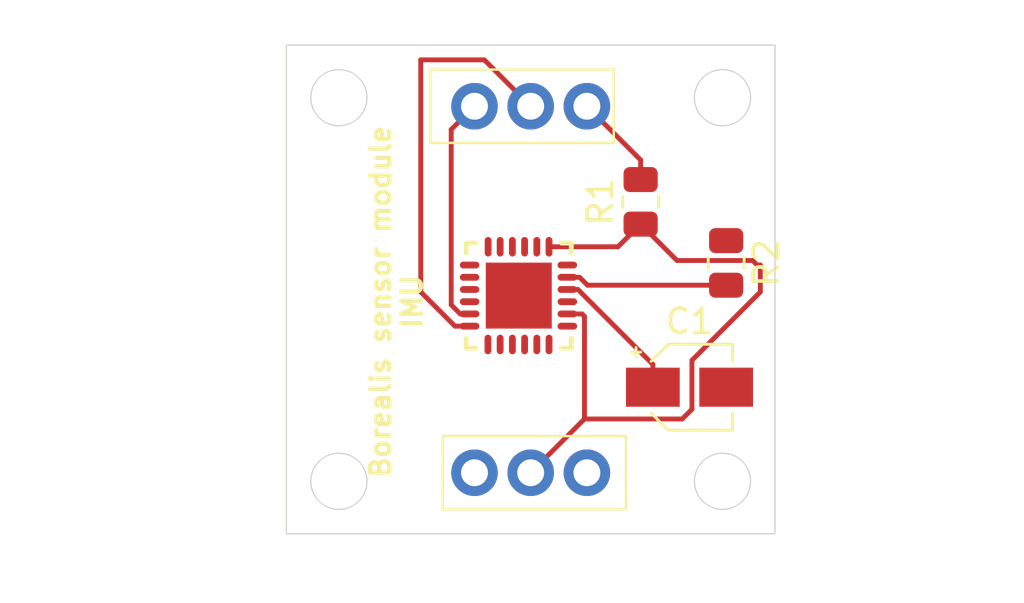
<source format=kicad_pcb>
(kicad_pcb (version 20241229) (generator "pcbnew") (generator_version "9.0")
  (layers (0 "F.Cu" signal) (2 "B.Cu" signal) (13 "F.Paste" user) (15 "B.Paste" user) (5 "F.SilkS" user "F.Silkscreen") (7 "B.SilkS" user "B.Silkscreen") (1 "F.Mask" user) (3 "B.Mask" user) (25 "Edge.Cuts" user))
  (net 0 "")
  (net 1 "+3.3V")
  (net 5 "Net-(MPU6050-AD0)")
  (net 7 "Net-(MPU6050-REGOUT)")
  (net 12 "/SDA")
  (net 16 "GND")
  (net 19 "/SCL")
  (net 24 "/ADC")
  (net 25 "+5V")
  (footprint "batteryholder:1x03 2.3 pitch" (layer "F.Cu") (at 113.4 65.5)
    (property "Reference" "J5" (hide yes))
    (property "Value" "Conn_01x03_Pin (power connection to main board)")
    (fp_rect (start -1.5 -1.5) (end 6 1.5) (stroke (width 0.1)) (fill no) (layer "F.SilkS") (net 6553701))
    (pad "1" thru_hole circle (at -0.2 0) (size 1.905 1.905) (drill 1.1) (layers "*.Cu" "*.Mask") (net 16 "GND"))
    (pad "2" thru_hole circle (at 2.1 0) (size 1.905 1.905) (drill 1.1) (layers "*.Cu" "*.Mask") (net 1 "+3.3V"))
    (pad "3" thru_hole circle (at 4.4 0) (size 1.905 1.905) (drill 1.1) (layers "*.Cu" "*.Mask") (net 25 "+5V"))
  )
  (footprint "batteryholder:MPU6050-footprint" (layer "F.Cu") (at 115 58.2501)
    (property "Reference" "MPU6050" (hide yes))
    (property "Value" "~")
    (fp_line (start -2.1376 -2.1501) (end -1.7376 -2.1501) (stroke (width 0.2)) (layer "F.SilkS"))
    (fp_line (start -2.1376 -1.75) (end -2.1376 -2.1501) (stroke (width 0.2)) (layer "F.SilkS"))
    (fp_line (start -2.1376 2.1502) (end -2.1376 1.7501) (stroke (width 0.2)) (layer "F.SilkS"))
    (fp_line (start -1.7376 2.1502) (end -2.1376 2.1502) (stroke (width 0.2)) (layer "F.SilkS"))
    (fp_line (start 2.1625 -2.1501) (end 1.7625 -2.1501) (stroke (width 0.2)) (layer "F.SilkS"))
    (fp_line (start 2.1625 -1.75) (end 2.1625 -2.1501) (stroke (width 0.2)) (layer "F.SilkS"))
    (fp_line (start 2.1625 1.7501) (end 2.1625 2.1502) (stroke (width 0.2)) (layer "F.SilkS"))
    (fp_line (start 2.1625 2.1502) (end 1.7625 2.1502) (stroke (width 0.2)) (layer "F.SilkS"))
    (pad "1" smd oval (at -1.2499 2) (size 0.28 0.8) (layers "F.Cu" "F.Mask" "F.Paste"))
    (pad "2" smd oval (at -0.7501 2) (size 0.28 0.8) (layers "F.Cu" "F.Mask" "F.Paste"))
    (pad "3" smd oval (at -0.2499 2) (size 0.28 0.8) (layers "F.Cu" "F.Mask" "F.Paste"))
    (pad "4" smd oval (at 0.2499 2) (size 0.28 0.8) (layers "F.Cu" "F.Mask" "F.Paste"))
    (pad "5" smd oval (at 0.7501 2) (size 0.28 0.8) (layers "F.Cu" "F.Mask" "F.Paste"))
    (pad "6" smd oval (at 1.2499 2) (size 0.28 0.8) (layers "F.Cu" "F.Mask" "F.Paste"))
    (pad "7" smd oval (at 2 1.2499) (size 0.8 0.28) (layers "F.Cu" "F.Mask" "F.Paste"))
    (pad "8" smd oval (at 2 0.7501) (size 0.8 0.28) (layers "F.Cu" "F.Mask" "F.Paste") (net 1 "+3.3V"))
    (pad "9" smd oval (at 2 0.2499) (size 0.8 0.28) (layers "F.Cu" "F.Mask" "F.Paste") (net 5 "Net-(MPU6050-AD0)"))
    (pad "10" smd oval (at 2 -0.2499) (size 0.8 0.28) (layers "F.Cu" "F.Mask" "F.Paste") (net 7 "Net-(MPU6050-REGOUT)"))
    (pad "11" smd oval (at 2 -0.7501) (size 0.8 0.28) (layers "F.Cu" "F.Mask" "F.Paste") (net 5 "Net-(MPU6050-AD0)"))
    (pad "12" smd oval (at 2 -1.2499) (size 0.8 0.28) (layers "F.Cu" "F.Mask" "F.Paste"))
    (pad "13" smd oval (at 1.2499 -2) (size 0.28 0.8) (layers "F.Cu" "F.Mask" "F.Paste") (net 1 "+3.3V"))
    (pad "14" smd oval (at 0.7501 -2) (size 0.28 0.8) (layers "F.Cu" "F.Mask" "F.Paste"))
    (pad "15" smd oval (at 0.2499 -2) (size 0.28 0.8) (layers "F.Cu" "F.Mask" "F.Paste"))
    (pad "16" smd oval (at -0.2499 -2) (size 0.28 0.8) (layers "F.Cu" "F.Mask" "F.Paste"))
    (pad "17" smd oval (at -0.7501 -2) (size 0.28 0.8) (layers "F.Cu" "F.Mask" "F.Paste"))
    (pad "18" smd oval (at -1.2421 -2) (size 0.28 0.8) (layers "F.Cu" "F.Mask" "F.Paste") (net 16 "GND"))
    (pad "19" smd oval (at -2 -1.2499) (size 0.8 0.28) (layers "F.Cu" "F.Mask" "F.Paste"))
    (pad "20" smd oval (at -2 -0.7501) (size 0.8 0.28) (layers "F.Cu" "F.Mask" "F.Paste"))
    (pad "21" smd oval (at -2 -0.2499) (size 0.8 0.28) (layers "F.Cu" "F.Mask" "F.Paste"))
    (pad "22" smd oval (at -2 0.2499) (size 0.8 0.28) (layers "F.Cu" "F.Mask" "F.Paste"))
    (pad "23" smd oval (at -2 0.7501) (size 0.8 0.28) (layers "F.Cu" "F.Mask" "F.Paste") (net 19 "/SCL"))
    (pad "24" smd oval (at -2 1.2499) (size 0.8 0.28) (layers "F.Cu" "F.Mask" "F.Paste") (net 12 "/SDA"))
    (pad "25" smd rect (at 0.0124 0) (size 2.7 2.7) (layers "F.Cu" "F.Mask" "F.Paste"))
    (zone (net 0) (net_name "") (layer "F.SilkS") (priority 100) (connect_pads yes (clearance 0)) (min_thickness 0) (fill yes (thermal_gap 0.5) (thermal_bridge_width 0.5))
      (polygon (pts (arc (start 113.6029 60.7889) (mid 113.095097 60.79025) (end 113.6029 60.7914))))
    )
  )
  (footprint "Resistor_SMD:R_0805_2012Metric" (layer "F.Cu") (at 120 54.4125 90)
    (property "Reference" "R1" (at 0 -1.65 90) (layer "F.SilkS"))
    (property "Value" "R")
    (fp_line (start -0.227064 -0.735) (end 0.227064 -0.735) (stroke (width 0.12)) (layer "F.SilkS"))
    (fp_line (start -0.227064 0.735) (end 0.227064 0.735) (stroke (width 0.12)) (layer "F.SilkS"))
    (pad "1" smd roundrect (at -0.9125 0 90) (size 1.025 1.4) (layers "F.Cu" "F.Mask" "F.Paste") (roundrect_rratio 0.243902) (net 1 "+3.3V"))
    (pad "2" smd roundrect (at 0.9125 0 90) (size 1.025 1.4) (layers "F.Cu" "F.Mask" "F.Paste") (roundrect_rratio 0.243902) (net 24 "/ADC"))
  )
  (footprint "batteryholder:1x03 2.3 pitch" (layer "F.Cu") (at 112.9 50.5)
    (property "Reference" "J2" (hide yes))
    (property "Value" "Conn_01x03_Pin (data connection to main board)")
    (fp_rect (start -1.5 -1.5) (end 6 1.5) (stroke (width 0.1)) (fill no) (layer "F.SilkS") (net 6553701))
    (pad "1" thru_hole circle (at 0.3 0) (size 1.905 1.905) (drill 1.1) (layers "*.Cu" "*.Mask") (net 19 "/SCL"))
    (pad "2" thru_hole circle (at 2.6 0) (size 1.905 1.905) (drill 1.1) (layers "*.Cu" "*.Mask") (net 12 "/SDA"))
    (pad "3" thru_hole circle (at 4.9 0) (size 1.905 1.905) (drill 1.1) (layers "*.Cu" "*.Mask") (net 24 "/ADC"))
  )
  (footprint "Resistor_SMD:R_0805_2012Metric" (layer "F.Cu") (at 123.5 56.9125 -90)
    (property "Reference" "R2" (at 0 -1.65 90) (layer "F.SilkS"))
    (property "Value" "10k")
    (fp_line (start -0.227064 0.735) (end 0.227064 0.735) (stroke (width 0.12)) (layer "F.SilkS"))
    (fp_line (start -0.227064 -0.735) (end 0.227064 -0.735) (stroke (width 0.12)) (layer "F.SilkS"))
    (pad "1" smd roundrect (at -0.9125 0 270) (size 1.025 1.4) (layers "F.Cu" "F.Mask" "F.Paste") (roundrect_rratio 0.243902) (net 16 "GND"))
    (pad "2" smd roundrect (at 0.9125 0 270) (size 1.025 1.4) (layers "F.Cu" "F.Mask" "F.Paste") (roundrect_rratio 0.243902) (net 5 "Net-(MPU6050-AD0)"))
  )
  (footprint "Capacitor_SMD:CP_Elec_3x5.3" (layer "F.Cu") (at 122 62)
    (property "Reference" "C1" (at 0 -2.7 0) (layer "F.SilkS"))
    (property "Value" "0.1 microf")
    (fp_line (start -2.375 -1.435) (end -2 -1.435) (stroke (width 0.12)) (layer "F.SilkS"))
    (fp_line (start -2.1875 -1.6225) (end -2.1875 -1.2475) (stroke (width 0.12)) (layer "F.SilkS"))
    (fp_line (start -1.570563 -1.06) (end -0.870563 -1.76) (stroke (width 0.12)) (layer "F.SilkS"))
    (fp_line (start -1.570563 1.06) (end -0.870563 1.76) (stroke (width 0.12)) (layer "F.SilkS"))
    (fp_line (start -0.870563 -1.76) (end 1.76 -1.76) (stroke (width 0.12)) (layer "F.SilkS"))
    (fp_line (start -0.870563 1.76) (end 1.76 1.76) (stroke (width 0.12)) (layer "F.SilkS"))
    (fp_line (start 1.76 -1.76) (end 1.76 -1.06) (stroke (width 0.12)) (layer "F.SilkS"))
    (fp_line (start 1.76 1.76) (end 1.76 1.06) (stroke (width 0.12)) (layer "F.SilkS"))
    (pad "1" smd rect (at -1.5 0) (size 2.2 1.6) (layers "F.Cu" "F.Mask" "F.Paste") (net 7 "Net-(MPU6050-REGOUT)"))
    (pad "2" smd rect (at 1.5 0) (size 2.2 1.6) (layers "F.Cu" "F.Mask" "F.Paste") (net 16 "GND"))
  )
  (gr_circle (center 107.65 50.15) (end 108.8 50.15) (stroke (width 0.05)) (fill no) (layer "Edge.Cuts"))
  (gr_circle (center 107.65 65.85) (end 108.8 65.85) (stroke (width 0.05)) (fill no) (layer "Edge.Cuts"))
  (gr_rect (start 105.5 48) (end 125.5 68) (stroke (width 0.05)) (fill no) (layer "Edge.Cuts"))
  (gr_circle (center 123.35 50.15) (end 124.5 50.15) (stroke (width 0.05)) (fill no) (layer "Edge.Cuts"))
  (gr_circle (center 123.35 65.85) (end 124.5 65.85) (stroke (width 0.05)) (fill no) (layer "Edge.Cuts"))
  (gr_text "Borealis sensor module\nIMU\n" (at 110 58.5 90) (layer "F.SilkS") (effects (font (size 0.8 0.8) (thickness 0.175) (bold yes))))
  (segment (start 121.4885 56.8135) (end 124.5855 56.8135) (width 0.2) (layer "F.Cu") (net 1))
  (segment (start 124.899 57) (end 124.899 58.099) (width 0.2) (layer "F.Cu") (net 1))
  (segment (start 122.099 62.903) (end 121.703 63.299) (width 0.2) (layer "F.Cu") (net 1))
  (segment (start 124.899 58.099) (end 122.099 60.899) (width 0.2) (layer "F.Cu") (net 1))
  (segment (start 121.703 63.299) (end 117.701 63.299) (width 0.2) (layer "F.Cu") (net 1))
  (segment (start 117.701 59.1012) (end 117.6 59.0002) (width 0.2) (layer "F.Cu") (net 1))
  (segment (start 115.5 65.5) (end 117.701 63.299) (width 0.2) (layer "F.Cu") (net 1))
  (segment (start 124.772 57) (end 124.899 57) (width 0.2) (layer "F.Cu") (net 1))
  (segment (start 124.5855 56.8135) (end 124.772 57) (width 0.2) (layer "F.Cu") (net 1))
  (segment (start 119.0749 56.2501) (end 120 55.325) (width 0.2) (layer "F.Cu") (net 1))
  (segment (start 117.701 63.299) (end 117.701 59.1012) (width 0.2) (layer "F.Cu") (net 1))
  (segment (start 120 55.325) (end 121.4885 56.8135) (width 0.2) (layer "F.Cu") (net 1))
  (segment (start 117.6 59.0002) (end 117 59.0002) (width 0.2) (layer "F.Cu") (net 1))
  (segment (start 116.2499 56.2501) (end 119.0749 56.2501) (width 0.2) (layer "F.Cu") (net 1))
  (segment (start 122.099 60.899) (end 122.099 62.903) (width 0.2) (layer "F.Cu") (net 1))
  (segment (start 117.5 57.5) (end 117.825 57.825) (width 0.2) (layer "F.Cu") (net 5))
  (segment (start 117 57.5) (end 117.5 57.5) (width 0.2) (layer "F.Cu") (net 5))
  (segment (start 117.825 57.825) (end 123.5 57.825) (width 0.2) (layer "F.Cu") (net 5))
  (segment (start 117.4331 58.0002) (end 120.5 61.0671) (width 0.2) (layer "F.Cu") (net 7))
  (segment (start 117 58.0002) (end 117.4331 58.0002) (width 0.2) (layer "F.Cu") (net 7))
  (segment (start 120.5 61.0671) (end 120.5 62) (width 0.2) (layer "F.Cu") (net 7))
  (segment (start 115.5 50.5) (end 113.601 48.601) (width 0.2) (layer "F.Cu") (net 12))
  (segment (start 112.4 59.5) (end 113 59.5) (width 0.2) (layer "F.Cu") (net 12))
  (segment (start 111 58.1) (end 112.4 59.5) (width 0.2) (layer "F.Cu") (net 12))
  (segment (start 113.601 48.601) (end 111 48.601) (width 0.2) (layer "F.Cu") (net 12))
  (segment (start 111 48.601) (end 111 58.1) (width 0.2) (layer "F.Cu") (net 12))
  (segment (start 112.2475 51.4525) (end 112.2475 58.631168) (width 0.2) (layer "F.Cu") (net 19))
  (segment (start 112.616532 59.0002) (end 113 59.0002) (width 0.2) (layer "F.Cu") (net 19))
  (segment (start 112.2475 58.631168) (end 112.616532 59.0002) (width 0.2) (layer "F.Cu") (net 19))
  (segment (start 113.2 50.5) (end 112.2475 51.4525) (width 0.2) (layer "F.Cu") (net 19))
  (segment (start 120 52.7) (end 117.8 50.5) (width 0.2) (layer "F.Cu") (net 24))
  (segment (start 120 53.5) (end 120 52.7) (width 0.2) (layer "F.Cu") (net 24))
)
</source>
